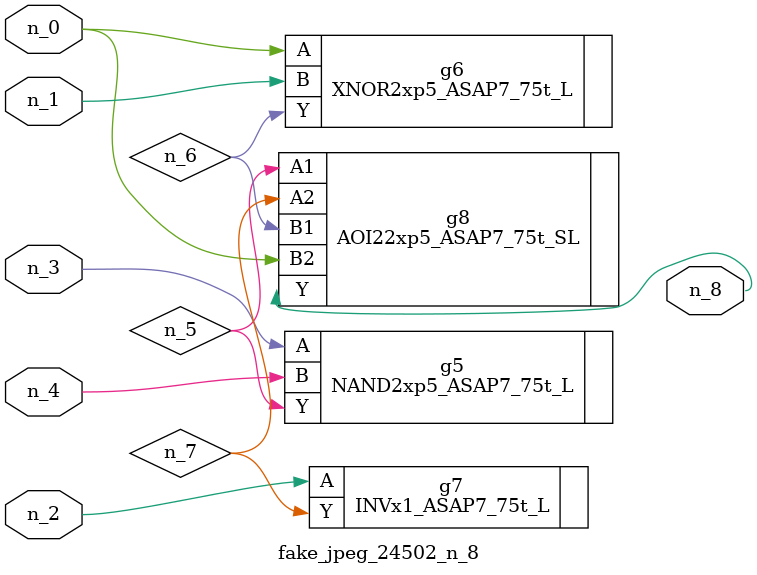
<source format=v>
module fake_jpeg_24502_n_8 (n_3, n_2, n_1, n_0, n_4, n_8);

input n_3;
input n_2;
input n_1;
input n_0;
input n_4;

output n_8;

wire n_6;
wire n_5;
wire n_7;

NAND2xp5_ASAP7_75t_L g5 ( 
.A(n_3),
.B(n_4),
.Y(n_5)
);

XNOR2xp5_ASAP7_75t_L g6 ( 
.A(n_0),
.B(n_1),
.Y(n_6)
);

INVx1_ASAP7_75t_L g7 ( 
.A(n_2),
.Y(n_7)
);

AOI22xp5_ASAP7_75t_SL g8 ( 
.A1(n_5),
.A2(n_7),
.B1(n_6),
.B2(n_0),
.Y(n_8)
);


endmodule
</source>
